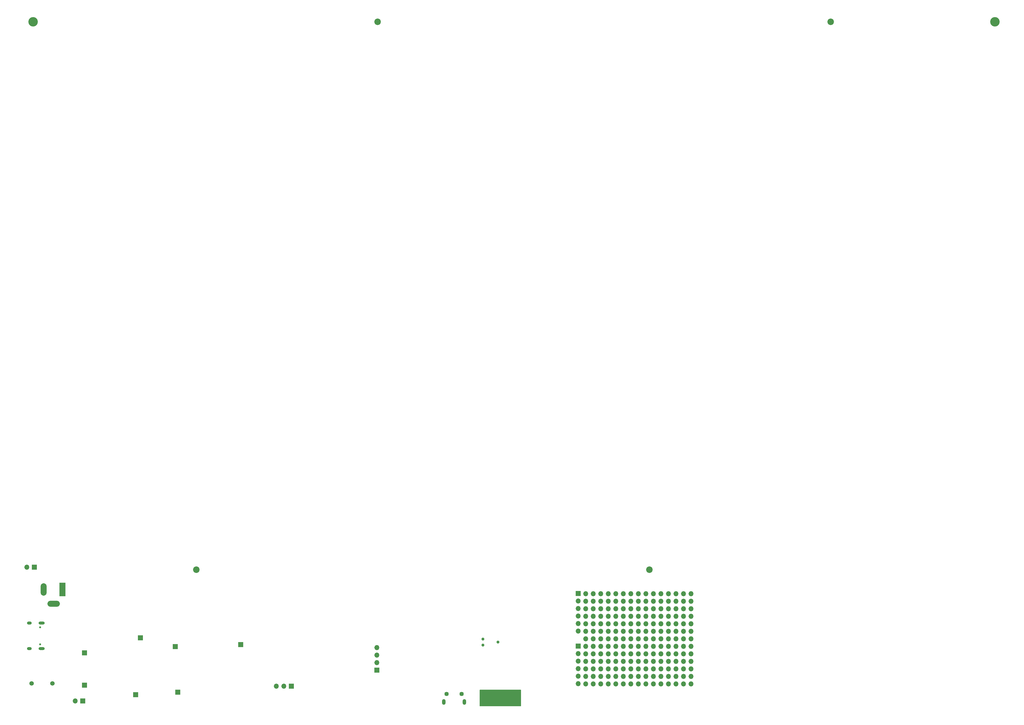
<source format=gbr>
%TF.GenerationSoftware,KiCad,Pcbnew,7.0.7*%
%TF.CreationDate,2024-03-03T19:12:33-08:00*%
%TF.ProjectId,rp2040_audio_spectrum,72703230-3430-45f6-9175-64696f5f7370,rev?*%
%TF.SameCoordinates,Original*%
%TF.FileFunction,Soldermask,Bot*%
%TF.FilePolarity,Negative*%
%FSLAX46Y46*%
G04 Gerber Fmt 4.6, Leading zero omitted, Abs format (unit mm)*
G04 Created by KiCad (PCBNEW 7.0.7) date 2024-03-03 19:12:33*
%MOMM*%
%LPD*%
G01*
G04 APERTURE LIST*
%ADD10O,1.700000X1.700000*%
%ADD11R,1.700000X1.700000*%
%ADD12C,2.200000*%
%ADD13C,3.200000*%
%ADD14O,1.200000X1.900000*%
%ADD15C,1.450000*%
%ADD16R,2.000000X4.600000*%
%ADD17O,2.000000X4.200000*%
%ADD18O,4.200000X2.000000*%
%ADD19C,0.990600*%
%ADD20C,1.500000*%
%ADD21C,0.650000*%
%ADD22O,2.100000X1.000000*%
%ADD23O,1.600000X1.000000*%
G04 APERTURE END LIST*
D10*
%TO.C,154*%
X248929200Y-236270800D03*
%TD*%
%TO.C,152*%
X243849200Y-236270800D03*
%TD*%
%TO.C,150*%
X238769200Y-236270800D03*
%TD*%
%TO.C,149*%
X274329200Y-233730800D03*
%TD*%
%TO.C,142*%
X256549200Y-233730800D03*
%TD*%
%TO.C,134*%
X274329200Y-231190800D03*
%TD*%
%TO.C,131*%
X266709200Y-231190800D03*
%TD*%
%TO.C,147*%
X269249200Y-233730800D03*
%TD*%
%TO.C,146*%
X266709200Y-233730800D03*
%TD*%
%TO.C,143*%
X259089200Y-233730800D03*
%TD*%
%TO.C,132*%
X269249200Y-231190800D03*
%TD*%
%TO.C,133*%
X271789200Y-231190800D03*
%TD*%
%TO.C,141*%
X254009200Y-233730800D03*
%TD*%
%TO.C,138*%
X246389200Y-233730800D03*
%TD*%
%TO.C,145*%
X264169200Y-233730800D03*
%TD*%
%TO.C,137*%
X243849200Y-233730800D03*
%TD*%
%TO.C,144*%
X261629200Y-233730800D03*
%TD*%
%TO.C,151*%
X241309200Y-236270800D03*
%TD*%
%TO.C,139*%
X248929200Y-233730800D03*
%TD*%
%TO.C,153*%
X246389200Y-236270800D03*
%TD*%
%TO.C,135*%
X238769200Y-233730800D03*
%TD*%
%TO.C,140*%
X251469200Y-233730800D03*
%TD*%
%TO.C,148*%
X271789200Y-233730800D03*
%TD*%
%TO.C,136*%
X241309200Y-233730800D03*
%TD*%
%TO.C,129*%
X261629200Y-231190800D03*
%TD*%
%TO.C,127*%
X256549200Y-231190800D03*
%TD*%
%TO.C,125*%
X251469200Y-231190800D03*
%TD*%
%TO.C,122*%
X243849200Y-231190800D03*
%TD*%
%TO.C,117*%
X269249200Y-228650800D03*
%TD*%
%TO.C,108*%
X246389200Y-228650800D03*
%TD*%
%TO.C,113*%
X259089200Y-228650800D03*
%TD*%
%TO.C,111*%
X254009200Y-228650800D03*
%TD*%
%TO.C,118*%
X271789200Y-228650800D03*
%TD*%
%TO.C,116*%
X266709200Y-228650800D03*
%TD*%
%TO.C,114*%
X261629200Y-228650800D03*
%TD*%
%TO.C,119*%
X274329200Y-228650800D03*
%TD*%
%TO.C,110*%
X251469200Y-228650800D03*
%TD*%
%TO.C,120*%
X238769200Y-231190800D03*
%TD*%
%TO.C,107*%
X243849200Y-228650800D03*
%TD*%
%TO.C,115*%
X264169200Y-228650800D03*
%TD*%
%TO.C,121*%
X241309200Y-231190800D03*
%TD*%
%TO.C,106*%
X241309200Y-228650800D03*
%TD*%
%TO.C,109*%
X248929200Y-228650800D03*
%TD*%
%TO.C,112*%
X256549200Y-228650800D03*
%TD*%
%TO.C,123*%
X246389200Y-231190800D03*
%TD*%
%TO.C,130*%
X264169200Y-231190800D03*
%TD*%
%TO.C,128*%
X259089200Y-231190800D03*
%TD*%
%TO.C,126*%
X254009200Y-231190800D03*
%TD*%
%TO.C,124*%
X248929200Y-231190800D03*
%TD*%
%TO.C,208*%
X271789200Y-243890800D03*
%TD*%
%TO.C,206*%
X266709200Y-243890800D03*
%TD*%
%TO.C,204*%
X261629200Y-243890800D03*
%TD*%
%TO.C,196*%
X241309200Y-243890800D03*
%TD*%
%TO.C,187*%
X256549200Y-241350800D03*
%TD*%
%TO.C,198*%
X246389200Y-243890800D03*
%TD*%
%TO.C,203*%
X259089200Y-243890800D03*
%TD*%
%TO.C,201*%
X254009200Y-243890800D03*
%TD*%
%TO.C,193*%
X271789200Y-241350800D03*
%TD*%
%TO.C,191*%
X266709200Y-241350800D03*
%TD*%
%TO.C,189*%
X261629200Y-241350800D03*
%TD*%
%TO.C,199*%
X248929200Y-243890800D03*
%TD*%
%TO.C,195*%
X238769200Y-243890800D03*
%TD*%
%TO.C,188*%
X259089200Y-241350800D03*
%TD*%
%TO.C,200*%
X251469200Y-243890800D03*
%TD*%
%TO.C,192*%
X269249200Y-241350800D03*
%TD*%
%TO.C,194*%
X274329200Y-241350800D03*
%TD*%
%TO.C,202*%
X256549200Y-243890800D03*
%TD*%
%TO.C,207*%
X269249200Y-243890800D03*
%TD*%
%TO.C,197*%
X243849200Y-243890800D03*
%TD*%
%TO.C,209*%
X274329200Y-243890800D03*
%TD*%
%TO.C,190*%
X264169200Y-241350800D03*
%TD*%
%TO.C,205*%
X264169200Y-243890800D03*
%TD*%
%TO.C,177*%
X269249200Y-238810800D03*
%TD*%
%TO.C,185*%
X251469200Y-241350800D03*
%TD*%
%TO.C,184*%
X248929200Y-241350800D03*
%TD*%
%TO.C,182*%
X243849200Y-241350800D03*
%TD*%
%TO.C,183*%
X246389200Y-241350800D03*
%TD*%
%TO.C,180*%
X238769200Y-241350800D03*
%TD*%
%TO.C,181*%
X241309200Y-241350800D03*
%TD*%
%TO.C,179*%
X274329200Y-238810800D03*
%TD*%
%TO.C,178*%
X271789200Y-238810800D03*
%TD*%
%TO.C,171*%
X254009200Y-238810800D03*
%TD*%
%TO.C,161*%
X266709200Y-236270800D03*
%TD*%
%TO.C,156*%
X254009200Y-236270800D03*
%TD*%
%TO.C,158*%
X259089200Y-236270800D03*
%TD*%
%TO.C,162*%
X269249200Y-236270800D03*
%TD*%
%TO.C,176*%
X266709200Y-238810800D03*
%TD*%
%TO.C,164*%
X274329200Y-236270800D03*
%TD*%
%TO.C,159*%
X261629200Y-236270800D03*
%TD*%
%TO.C,165*%
X238769200Y-238810800D03*
%TD*%
%TO.C,167*%
X243849200Y-238810800D03*
%TD*%
%TO.C,155*%
X251469200Y-236270800D03*
%TD*%
%TO.C,163*%
X271789200Y-236270800D03*
%TD*%
%TO.C,186*%
X254009200Y-241350800D03*
%TD*%
%TO.C,157*%
X256549200Y-236270800D03*
%TD*%
%TO.C,173*%
X259089200Y-238810800D03*
%TD*%
%TO.C,160*%
X264169200Y-236270800D03*
%TD*%
%TO.C,172*%
X256549200Y-238810800D03*
%TD*%
%TO.C,169*%
X248929200Y-238810800D03*
%TD*%
%TO.C,174*%
X261629200Y-238810800D03*
%TD*%
%TO.C,168*%
X246389200Y-238810800D03*
%TD*%
%TO.C,166*%
X241309200Y-238810800D03*
%TD*%
%TO.C,175*%
X264169200Y-238810800D03*
%TD*%
%TO.C,170*%
X251469200Y-238810800D03*
%TD*%
%TO.C,38*%
X259089200Y-215950800D03*
%TD*%
%TO.C,36*%
X254009200Y-215950800D03*
%TD*%
%TO.C,35*%
X251469200Y-215950800D03*
%TD*%
%TO.C,23*%
X259089200Y-213410800D03*
%TD*%
%TO.C,29*%
X274329200Y-213410800D03*
%TD*%
%TO.C,19*%
X248929200Y-213410800D03*
%TD*%
%TO.C,24*%
X261629200Y-213410800D03*
%TD*%
%TO.C,28*%
X271789200Y-213410800D03*
%TD*%
%TO.C,32*%
X243849200Y-215950800D03*
%TD*%
%TO.C,25*%
X264169200Y-213410800D03*
%TD*%
%TO.C,33*%
X246389200Y-215950800D03*
%TD*%
%TO.C,27*%
X269249200Y-213410800D03*
%TD*%
%TO.C,26*%
X266709200Y-213410800D03*
%TD*%
%TO.C,22*%
X256549200Y-213410800D03*
%TD*%
%TO.C,21*%
X254009200Y-213410800D03*
%TD*%
%TO.C,20*%
X251469200Y-213410800D03*
%TD*%
%TO.C,16*%
X241309200Y-213410800D03*
%TD*%
%TO.C,34*%
X248929200Y-215950800D03*
%TD*%
%TO.C,41*%
X266709200Y-215950800D03*
%TD*%
%TO.C,40*%
X264169200Y-215950800D03*
%TD*%
%TO.C,39*%
X261629200Y-215950800D03*
%TD*%
%TO.C,37*%
X256549200Y-215950800D03*
%TD*%
%TO.C,31*%
X241309200Y-215950800D03*
%TD*%
%TO.C,30*%
X238769200Y-215950800D03*
%TD*%
%TO.C,17*%
X243849200Y-213410800D03*
%TD*%
%TO.C,18*%
X246389200Y-213410800D03*
%TD*%
%TO.C,105*%
X238769200Y-228650800D03*
%TD*%
%TO.C,104*%
X274329200Y-226110800D03*
%TD*%
%TO.C,103*%
X271789200Y-226110800D03*
%TD*%
%TO.C,102*%
X269249200Y-226110800D03*
%TD*%
%TO.C,94*%
X248929200Y-226110800D03*
%TD*%
%TO.C,88*%
X271789200Y-223570800D03*
%TD*%
%TO.C,100*%
X264169200Y-226110800D03*
%TD*%
%TO.C,80*%
X251469200Y-223570800D03*
%TD*%
%TO.C,98*%
X259089200Y-226110800D03*
%TD*%
%TO.C,90*%
X238769200Y-226110800D03*
%TD*%
%TO.C,99*%
X261629200Y-226110800D03*
%TD*%
%TO.C,93*%
X246389200Y-226110800D03*
%TD*%
%TO.C,97*%
X256549200Y-226110800D03*
%TD*%
%TO.C,96*%
X254009200Y-226110800D03*
%TD*%
%TO.C,86*%
X266709200Y-223570800D03*
%TD*%
%TO.C,85*%
X264169200Y-223570800D03*
%TD*%
%TO.C,91*%
X241309200Y-226110800D03*
%TD*%
%TO.C,87*%
X269249200Y-223570800D03*
%TD*%
%TO.C,95*%
X251469200Y-226110800D03*
%TD*%
%TO.C,92*%
X243849200Y-226110800D03*
%TD*%
%TO.C,84*%
X261629200Y-223570800D03*
%TD*%
%TO.C,81*%
X254009200Y-223570800D03*
%TD*%
%TO.C,82*%
X256549200Y-223570800D03*
%TD*%
%TO.C,83*%
X259089200Y-223570800D03*
%TD*%
%TO.C,79*%
X248929200Y-223570800D03*
%TD*%
%TO.C,101*%
X266709200Y-226110800D03*
%TD*%
%TO.C,89*%
X274329200Y-223570800D03*
%TD*%
%TO.C,77*%
X243849200Y-223570800D03*
%TD*%
%TO.C,71*%
X266709200Y-221030800D03*
%TD*%
%TO.C,63*%
X246389200Y-221030800D03*
%TD*%
%TO.C,70*%
X264169200Y-221030800D03*
%TD*%
%TO.C,67*%
X256549200Y-221030800D03*
%TD*%
%TO.C,76*%
X241309200Y-223570800D03*
%TD*%
%TO.C,69*%
X261629200Y-221030800D03*
%TD*%
%TO.C,75*%
X238769200Y-223570800D03*
%TD*%
%TO.C,74*%
X274329200Y-221030800D03*
%TD*%
%TO.C,66*%
X254009200Y-221030800D03*
%TD*%
%TO.C,68*%
X259089200Y-221030800D03*
%TD*%
%TO.C,72*%
X269249200Y-221030800D03*
%TD*%
%TO.C,73*%
X271789200Y-221030800D03*
%TD*%
%TO.C,65*%
X251469200Y-221030800D03*
%TD*%
%TO.C,61*%
X241309200Y-221030800D03*
%TD*%
%TO.C,57*%
X269249200Y-218490800D03*
%TD*%
%TO.C,56*%
X266709200Y-218490800D03*
%TD*%
%TO.C,44*%
X274329200Y-215950800D03*
%TD*%
%TO.C,52*%
X256549200Y-218490800D03*
%TD*%
%TO.C,64*%
X248929200Y-221030800D03*
%TD*%
%TO.C,55*%
X264169200Y-218490800D03*
%TD*%
%TO.C,78*%
X246389200Y-223570800D03*
%TD*%
%TO.C,53*%
X259089200Y-218490800D03*
%TD*%
%TO.C,54*%
X261629200Y-218490800D03*
%TD*%
%TO.C,42*%
X269249200Y-215950800D03*
%TD*%
%TO.C,46*%
X241309200Y-218490800D03*
%TD*%
%TO.C,43*%
X271789200Y-215950800D03*
%TD*%
%TO.C,62*%
X243849200Y-221030800D03*
%TD*%
%TO.C,58*%
X271789200Y-218490800D03*
%TD*%
%TO.C,47*%
X243849200Y-218490800D03*
%TD*%
%TO.C,50*%
X251469200Y-218490800D03*
%TD*%
%TO.C,45*%
X238769200Y-218490800D03*
%TD*%
%TO.C,59*%
X274329200Y-218490800D03*
%TD*%
%TO.C,51*%
X254009200Y-218490800D03*
%TD*%
%TO.C,48*%
X246389200Y-218490800D03*
%TD*%
%TO.C,60*%
X238769200Y-221030800D03*
%TD*%
%TO.C,49*%
X248929200Y-218490800D03*
%TD*%
%TO.C,15*%
X238769200Y-213410800D03*
%TD*%
D11*
%TO.C,J11*%
X236220000Y-213360000D03*
D10*
X236220000Y-215900000D03*
X236220000Y-218440000D03*
X236220000Y-220980000D03*
X236220000Y-223520000D03*
X236220000Y-226060000D03*
%TD*%
D11*
%TO.C,J10*%
X236220000Y-231140000D03*
D10*
X236220000Y-233680000D03*
X236220000Y-236220000D03*
X236220000Y-238760000D03*
X236220000Y-241300000D03*
X236220000Y-243840000D03*
%TD*%
D12*
%TO.C,H6*%
X168521494Y-20116800D03*
%TD*%
%TO.C,H5*%
X260295200Y-205282800D03*
%TD*%
%TO.C,H4*%
X107295200Y-205282800D03*
%TD*%
%TO.C,H3*%
X321501754Y-20116800D03*
%TD*%
D13*
%TO.C,H2*%
X376936000Y-20167600D03*
%TD*%
%TO.C,H1*%
X52171600Y-20167600D03*
%TD*%
D11*
%TO.C,J4*%
X168224200Y-239242600D03*
D10*
X168224200Y-236702600D03*
X168224200Y-234162600D03*
X168224200Y-231622600D03*
%TD*%
D11*
%TO.C,J5*%
X52608800Y-204469600D03*
D10*
X50068800Y-204469600D03*
%TD*%
D11*
%TO.C,J2*%
X139329400Y-244703200D03*
D10*
X136789400Y-244703200D03*
X134249400Y-244703200D03*
%TD*%
D11*
%TO.C,TP7*%
X86791800Y-247573800D03*
%TD*%
%TO.C,J3*%
X68884800Y-249656600D03*
D10*
X66344800Y-249656600D03*
%TD*%
D11*
%TO.C,TP4*%
X100203000Y-231267000D03*
%TD*%
D14*
%TO.C,J8*%
X190815200Y-249994400D03*
D15*
X191815200Y-247294400D03*
X196815200Y-247294400D03*
D14*
X197815200Y-249994400D03*
%TD*%
D16*
%TO.C,J6*%
X62027600Y-212024200D03*
D17*
X55727600Y-212024200D03*
D18*
X59127600Y-216824200D03*
%TD*%
D19*
%TO.C,J9*%
X209169000Y-229743000D03*
X204089000Y-230759000D03*
X204089000Y-228727000D03*
%TD*%
D11*
%TO.C,TP3*%
X101041200Y-246735600D03*
%TD*%
%TO.C,TP5*%
X88366600Y-228371400D03*
%TD*%
D20*
%TO.C,J7*%
X51673000Y-243713000D03*
X58673000Y-243713000D03*
%TD*%
D11*
%TO.C,TP2*%
X69545200Y-233426000D03*
%TD*%
%TO.C,TP6*%
X122301000Y-230632000D03*
%TD*%
%TO.C,TP1*%
X69545200Y-244348000D03*
%TD*%
D21*
%TO.C,J1*%
X54517600Y-224770200D03*
X54517600Y-230550200D03*
D22*
X55047600Y-223340200D03*
D23*
X50867600Y-223340200D03*
D22*
X55047600Y-231980200D03*
D23*
X50867600Y-231980200D03*
%TD*%
G36*
X216859039Y-245891685D02*
G01*
X216904794Y-245944489D01*
X216916000Y-245996000D01*
X216916000Y-251336000D01*
X216896315Y-251403039D01*
X216843511Y-251448794D01*
X216792000Y-251460000D01*
X203070000Y-251460000D01*
X203002961Y-251440315D01*
X202957206Y-251387511D01*
X202946000Y-251336000D01*
X202946000Y-245996000D01*
X202965685Y-245928961D01*
X203018489Y-245883206D01*
X203070000Y-245872000D01*
X216792000Y-245872000D01*
X216859039Y-245891685D01*
G37*
M02*

</source>
